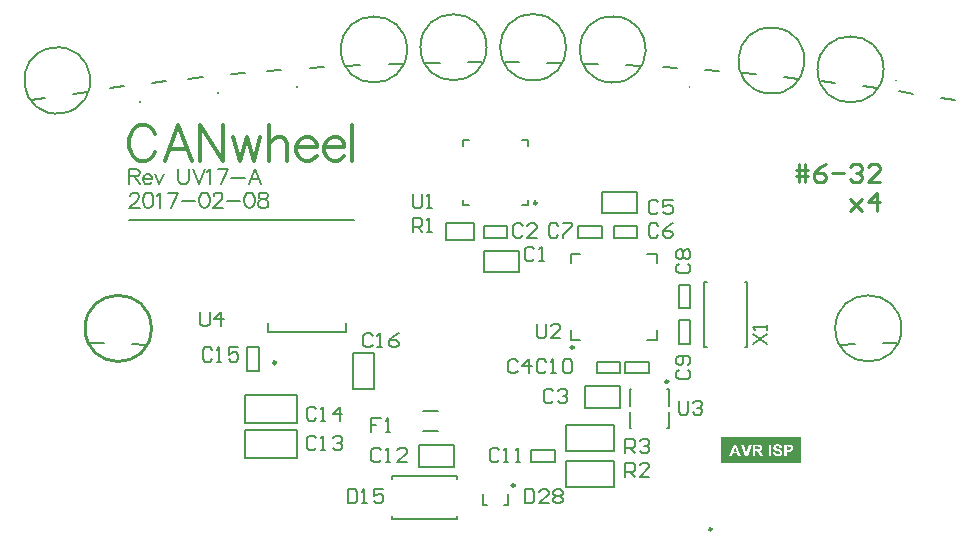
<source format=gto>
G04 Layer_Color=65535*
%FSLAX25Y25*%
%MOIN*%
G70*
G01*
G75*
%ADD32C,0.00787*%
%ADD36C,0.01181*%
%ADD47C,0.01000*%
%ADD48C,0.00984*%
%ADD49C,0.00787*%
G36*
X279921Y36220D02*
X253150D01*
Y44811D01*
X279921D01*
Y36220D01*
D02*
G37*
%LPC*%
G36*
X269887Y42440D02*
X269109D01*
Y38597D01*
X269887D01*
Y42440D01*
D02*
G37*
G36*
X275679D02*
X274205D01*
Y38597D01*
X274983D01*
Y40048D01*
X275673D01*
X275755Y40053D01*
X275831D01*
X275907Y40059D01*
X275972Y40065D01*
X276030Y40071D01*
X276083Y40077D01*
X276129D01*
X276170Y40083D01*
X276205Y40088D01*
X276235Y40094D01*
X276258D01*
X276276Y40100D01*
X276287D01*
X276363Y40124D01*
X276439Y40147D01*
X276504Y40176D01*
X276568Y40211D01*
X276615Y40235D01*
X276656Y40258D01*
X276685Y40276D01*
X276691Y40282D01*
X276761Y40340D01*
X276826Y40399D01*
X276884Y40463D01*
X276931Y40527D01*
X276966Y40580D01*
X276995Y40621D01*
X277013Y40650D01*
X277019Y40662D01*
X277060Y40755D01*
X277095Y40855D01*
X277118Y40954D01*
X277130Y41048D01*
X277141Y41130D01*
X277147Y41194D01*
Y41217D01*
Y41235D01*
Y41247D01*
Y41253D01*
X277136Y41416D01*
X277112Y41563D01*
X277077Y41691D01*
X277036Y41803D01*
X276989Y41884D01*
X276972Y41919D01*
X276954Y41949D01*
X276943Y41972D01*
X276931Y41990D01*
X276919Y41996D01*
Y42001D01*
X276831Y42101D01*
X276738Y42183D01*
X276650Y42253D01*
X276562Y42300D01*
X276486Y42341D01*
X276422Y42364D01*
X276398Y42370D01*
X276387Y42376D01*
X276375Y42382D01*
X276369D01*
X276323Y42393D01*
X276270Y42399D01*
X276205Y42411D01*
X276135Y42417D01*
X275983Y42428D01*
X275825Y42434D01*
X275749D01*
X275679Y42440D01*
D02*
G37*
G36*
X258234D02*
X257415D01*
X255924Y38597D01*
X256743D01*
X257058Y39468D01*
X258609D01*
X258936Y38597D01*
X259779D01*
X258234Y42440D01*
D02*
G37*
G36*
X265488D02*
X263768D01*
Y38597D01*
X264546D01*
Y40200D01*
X264792D01*
X264874Y40194D01*
X264938Y40188D01*
X264991Y40176D01*
X265032Y40170D01*
X265061Y40159D01*
X265079Y40153D01*
X265085D01*
X265131Y40135D01*
X265172Y40112D01*
X265248Y40059D01*
X265278Y40036D01*
X265301Y40012D01*
X265313Y40001D01*
X265319Y39995D01*
X265342Y39972D01*
X265365Y39936D01*
X265430Y39854D01*
X265500Y39767D01*
X265564Y39667D01*
X265629Y39574D01*
X265658Y39539D01*
X265681Y39498D01*
X265699Y39468D01*
X265716Y39445D01*
X265722Y39433D01*
X265728Y39427D01*
X266278Y38597D01*
X267208D01*
X266740Y39345D01*
X266687Y39427D01*
X266641Y39498D01*
X266600Y39568D01*
X266553Y39632D01*
X266483Y39737D01*
X266418Y39825D01*
X266366Y39890D01*
X266331Y39930D01*
X266307Y39960D01*
X266301Y39966D01*
X266237Y40030D01*
X266167Y40088D01*
X266097Y40147D01*
X266032Y40194D01*
X265974Y40235D01*
X265927Y40264D01*
X265898Y40282D01*
X265892Y40287D01*
X265886D01*
X265980Y40305D01*
X266062Y40323D01*
X266143Y40346D01*
X266214Y40375D01*
X266284Y40404D01*
X266348Y40434D01*
X266401Y40463D01*
X266454Y40492D01*
X266494Y40521D01*
X266535Y40551D01*
X266565Y40580D01*
X266594Y40597D01*
X266612Y40621D01*
X266629Y40633D01*
X266641Y40638D01*
Y40644D01*
X266687Y40697D01*
X266728Y40755D01*
X266787Y40872D01*
X266834Y40995D01*
X266869Y41106D01*
X266886Y41206D01*
X266892Y41247D01*
Y41288D01*
X266898Y41317D01*
Y41340D01*
Y41352D01*
Y41358D01*
X266892Y41481D01*
X266875Y41598D01*
X266845Y41697D01*
X266816Y41785D01*
X266781Y41861D01*
X266758Y41914D01*
X266734Y41949D01*
X266728Y41960D01*
X266658Y42054D01*
X266588Y42130D01*
X266512Y42195D01*
X266442Y42247D01*
X266377Y42288D01*
X266325Y42317D01*
X266290Y42329D01*
X266284Y42335D01*
X266278D01*
X266225Y42352D01*
X266161Y42370D01*
X266021Y42393D01*
X265874Y42417D01*
X265728Y42428D01*
X265664Y42434D01*
X265541D01*
X265488Y42440D01*
D02*
G37*
G36*
X272029Y42505D02*
X271958D01*
X271800Y42499D01*
X271654Y42481D01*
X271526Y42464D01*
X271414Y42440D01*
X271327Y42411D01*
X271291Y42399D01*
X271262Y42393D01*
X271239Y42382D01*
X271215Y42376D01*
X271210Y42370D01*
X271204D01*
X271093Y42317D01*
X270999Y42253D01*
X270917Y42189D01*
X270853Y42124D01*
X270800Y42066D01*
X270759Y42019D01*
X270736Y41990D01*
X270730Y41984D01*
Y41978D01*
X270677Y41879D01*
X270636Y41785D01*
X270607Y41691D01*
X270589Y41609D01*
X270578Y41533D01*
X270566Y41481D01*
Y41457D01*
Y41440D01*
Y41434D01*
Y41428D01*
X270572Y41346D01*
X270584Y41264D01*
X270601Y41188D01*
X270619Y41118D01*
X270677Y40984D01*
X270742Y40872D01*
X270777Y40826D01*
X270806Y40779D01*
X270835Y40744D01*
X270864Y40714D01*
X270882Y40691D01*
X270900Y40674D01*
X270911Y40662D01*
X270917Y40656D01*
X270970Y40615D01*
X271028Y40574D01*
X271157Y40498D01*
X271303Y40434D01*
X271449Y40381D01*
X271578Y40334D01*
X271637Y40317D01*
X271689Y40305D01*
X271730Y40293D01*
X271760Y40282D01*
X271783Y40276D01*
X271789D01*
X271877Y40252D01*
X271953Y40235D01*
X272023Y40217D01*
X272087Y40200D01*
X272146Y40182D01*
X272192Y40170D01*
X272239Y40159D01*
X272274Y40147D01*
X272333Y40130D01*
X272374Y40118D01*
X272397Y40106D01*
X272403D01*
X272473Y40077D01*
X272532Y40048D01*
X272579Y40024D01*
X272619Y39995D01*
X272649Y39972D01*
X272666Y39954D01*
X272678Y39942D01*
X272684Y39936D01*
X272713Y39901D01*
X272731Y39860D01*
X272754Y39790D01*
X272760Y39755D01*
X272766Y39732D01*
Y39714D01*
Y39708D01*
X272760Y39632D01*
X272736Y39562D01*
X272707Y39498D01*
X272672Y39445D01*
X272631Y39398D01*
X272602Y39369D01*
X272579Y39345D01*
X272573Y39340D01*
X272497Y39287D01*
X272409Y39246D01*
X272315Y39223D01*
X272222Y39199D01*
X272140Y39188D01*
X272075Y39182D01*
X272011D01*
X271882Y39188D01*
X271771Y39211D01*
X271678Y39240D01*
X271596Y39270D01*
X271531Y39305D01*
X271484Y39328D01*
X271455Y39351D01*
X271444Y39357D01*
X271373Y39433D01*
X271315Y39521D01*
X271268Y39615D01*
X271233Y39702D01*
X271204Y39790D01*
X271186Y39854D01*
X271180Y39884D01*
Y39901D01*
X271175Y39913D01*
Y39919D01*
X270420Y39843D01*
X270437Y39726D01*
X270461Y39615D01*
X270490Y39509D01*
X270519Y39416D01*
X270560Y39328D01*
X270595Y39246D01*
X270636Y39176D01*
X270677Y39106D01*
X270718Y39053D01*
X270753Y39000D01*
X270788Y38959D01*
X270818Y38924D01*
X270847Y38895D01*
X270864Y38878D01*
X270876Y38866D01*
X270882Y38860D01*
X270958Y38802D01*
X271046Y38749D01*
X271133Y38708D01*
X271221Y38667D01*
X271315Y38638D01*
X271409Y38608D01*
X271590Y38568D01*
X271678Y38556D01*
X271754Y38544D01*
X271824Y38538D01*
X271882Y38532D01*
X271935Y38526D01*
X272005D01*
X272186Y38532D01*
X272344Y38550D01*
X272485Y38568D01*
X272608Y38597D01*
X272660Y38608D01*
X272707Y38620D01*
X272742Y38632D01*
X272777Y38638D01*
X272801Y38649D01*
X272818Y38655D01*
X272830Y38661D01*
X272836D01*
X272959Y38720D01*
X273058Y38790D01*
X273152Y38860D01*
X273222Y38930D01*
X273281Y38989D01*
X273321Y39041D01*
X273351Y39076D01*
X273357Y39082D01*
Y39088D01*
X273421Y39199D01*
X273468Y39310D01*
X273497Y39416D01*
X273520Y39509D01*
X273532Y39591D01*
X273544Y39656D01*
Y39679D01*
Y39697D01*
Y39708D01*
Y39714D01*
X273538Y39843D01*
X273520Y39960D01*
X273491Y40065D01*
X273468Y40153D01*
X273438Y40223D01*
X273409Y40282D01*
X273392Y40311D01*
X273386Y40323D01*
X273321Y40410D01*
X273257Y40492D01*
X273187Y40556D01*
X273117Y40615D01*
X273058Y40656D01*
X273011Y40691D01*
X272976Y40709D01*
X272970Y40714D01*
X272965D01*
X272912Y40744D01*
X272853Y40767D01*
X272719Y40820D01*
X272584Y40861D01*
X272444Y40907D01*
X272321Y40937D01*
X272268Y40954D01*
X272222Y40966D01*
X272181Y40978D01*
X272151Y40984D01*
X272134Y40989D01*
X272128D01*
X272029Y41013D01*
X271935Y41042D01*
X271853Y41065D01*
X271783Y41089D01*
X271713Y41106D01*
X271660Y41130D01*
X271607Y41147D01*
X271566Y41171D01*
X271526Y41188D01*
X271496Y41200D01*
X271449Y41223D01*
X271426Y41241D01*
X271420Y41247D01*
X271385Y41288D01*
X271356Y41323D01*
X271338Y41364D01*
X271321Y41399D01*
X271315Y41434D01*
X271309Y41457D01*
Y41475D01*
Y41481D01*
X271315Y41533D01*
X271327Y41580D01*
X271344Y41621D01*
X271368Y41656D01*
X271391Y41686D01*
X271409Y41703D01*
X271420Y41715D01*
X271426Y41721D01*
X271502Y41767D01*
X271590Y41803D01*
X271678Y41826D01*
X271760Y41844D01*
X271835Y41855D01*
X271900Y41861D01*
X271953D01*
X272070Y41855D01*
X272169Y41838D01*
X272251Y41820D01*
X272321Y41797D01*
X272374Y41767D01*
X272409Y41750D01*
X272432Y41732D01*
X272438Y41726D01*
X272497Y41674D01*
X272543Y41609D01*
X272579Y41539D01*
X272608Y41469D01*
X272631Y41405D01*
X272643Y41352D01*
X272655Y41317D01*
Y41311D01*
Y41305D01*
X273433Y41335D01*
X273427Y41428D01*
X273409Y41522D01*
X273386Y41609D01*
X273362Y41691D01*
X273298Y41832D01*
X273269Y41896D01*
X273234Y41955D01*
X273199Y42007D01*
X273164Y42054D01*
X273134Y42095D01*
X273105Y42124D01*
X273082Y42148D01*
X273064Y42165D01*
X273052Y42177D01*
X273046Y42183D01*
X272976Y42241D01*
X272894Y42288D01*
X272813Y42335D01*
X272725Y42370D01*
X272543Y42428D01*
X272368Y42464D01*
X272286Y42475D01*
X272210Y42487D01*
X272140Y42493D01*
X272075Y42499D01*
X272029Y42505D01*
D02*
G37*
G36*
X263376Y42440D02*
X262546D01*
X261610Y39597D01*
X260633Y42440D01*
X259796D01*
X261171Y38597D01*
X262007D01*
X263376Y42440D01*
D02*
G37*
%LPD*%
G36*
X275615Y41785D02*
X275714Y41779D01*
X275790D01*
X275843Y41773D01*
X275878Y41767D01*
X275901Y41762D01*
X275907D01*
X275977Y41744D01*
X276036Y41721D01*
X276094Y41691D01*
X276135Y41662D01*
X276176Y41633D01*
X276200Y41609D01*
X276217Y41592D01*
X276223Y41586D01*
X276264Y41533D01*
X276293Y41475D01*
X276317Y41416D01*
X276328Y41364D01*
X276340Y41317D01*
X276346Y41276D01*
Y41253D01*
Y41241D01*
X276340Y41183D01*
X276334Y41124D01*
X276317Y41071D01*
X276305Y41030D01*
X276287Y40995D01*
X276270Y40966D01*
X276264Y40949D01*
X276258Y40943D01*
X276223Y40896D01*
X276182Y40861D01*
X276141Y40826D01*
X276100Y40802D01*
X276065Y40779D01*
X276036Y40767D01*
X276018Y40761D01*
X276012Y40755D01*
X275983Y40744D01*
X275942Y40738D01*
X275854Y40720D01*
X275755Y40709D01*
X275650Y40703D01*
X275556D01*
X275515Y40697D01*
X274983D01*
Y41791D01*
X275562D01*
X275615Y41785D01*
D02*
G37*
G36*
X258357Y40118D02*
X257298D01*
X257819Y41545D01*
X258357Y40118D01*
D02*
G37*
G36*
X265482Y41785D02*
X265599D01*
X265652Y41779D01*
X265681D01*
X265699Y41773D01*
X265705D01*
X265769Y41756D01*
X265828Y41738D01*
X265874Y41715D01*
X265915Y41686D01*
X265950Y41662D01*
X265974Y41639D01*
X265985Y41627D01*
X265991Y41621D01*
X266026Y41574D01*
X266050Y41522D01*
X266073Y41469D01*
X266085Y41422D01*
X266091Y41381D01*
X266097Y41346D01*
Y41317D01*
Y41311D01*
X266091Y41247D01*
X266085Y41194D01*
X266073Y41142D01*
X266056Y41100D01*
X266038Y41065D01*
X266026Y41042D01*
X266021Y41025D01*
X266015Y41019D01*
X265985Y40978D01*
X265950Y40949D01*
X265880Y40896D01*
X265845Y40884D01*
X265822Y40872D01*
X265804Y40861D01*
X265798D01*
X265769Y40855D01*
X265728Y40843D01*
X265687Y40837D01*
X265634Y40832D01*
X265523Y40826D01*
X265406Y40820D01*
X265295Y40814D01*
X264546D01*
Y41791D01*
X265430D01*
X265482Y41785D01*
D02*
G37*
D32*
X242746Y161651D02*
G03*
X242746Y161651I744J10999D01*
G01*
X268884Y159460D02*
G03*
X268884Y159460I1045J10974D01*
G01*
X307318Y167481D02*
G03*
X307318Y167481I-11024J0D01*
G01*
X311545Y163850D02*
G03*
X311545Y163850I11023J-57D01*
G01*
X63238Y81149D02*
G03*
X63238Y81149I-11024J0D01*
G01*
X313238D02*
G03*
X313238Y81149I-11024J0D01*
G01*
X216557Y163110D02*
G03*
X216557Y163110I443J11015D01*
G01*
X190338Y163838D02*
G03*
X190338Y163838I142J11023D01*
G01*
X174973Y174861D02*
G03*
X174973Y174861I-11024J0D01*
G01*
X148452Y174125D02*
G03*
X148452Y174125I-11024J0D01*
G01*
X33477Y152889D02*
G03*
X33477Y152889I-1617J10904D01*
G01*
X247858Y167224D02*
X252572Y166904D01*
X233717Y168181D02*
X238431Y167861D01*
X274147Y164891D02*
X278850Y164443D01*
X260037Y166234D02*
X264740Y165786D01*
X300360Y161825D02*
X305049Y161249D01*
X286292Y163553D02*
X290982Y162977D01*
X326477Y158028D02*
X331149Y157324D01*
X312462Y160141D02*
X317134Y159436D01*
X42623Y76304D02*
X47345Y76169D01*
X56790Y75898D02*
X61512Y75762D01*
X307092Y76177D02*
X311814Y76320D01*
X292925Y75746D02*
X297648Y75890D01*
X207776Y61811D02*
X219587D01*
X207776Y54724D02*
X219587D01*
X207776D02*
Y61811D01*
X219587Y54724D02*
Y61811D01*
X211713Y70079D02*
X219587D01*
Y66142D02*
Y70079D01*
X211713Y66142D02*
X219587D01*
X211713D02*
Y70079D01*
X213386Y119685D02*
X225197D01*
X213386Y126772D02*
X225197D01*
Y119685D02*
Y126772D01*
X213386Y119685D02*
Y126772D01*
X217323Y111417D02*
X225197D01*
X217323D02*
Y115354D01*
X225197D01*
Y111417D02*
Y115354D01*
X205512Y111417D02*
X213386D01*
X205512D02*
Y115354D01*
X213386D01*
Y111417D02*
Y115354D01*
X238976Y87795D02*
Y95669D01*
X242913D01*
Y87795D02*
Y95669D01*
X238976Y87795D02*
X242913D01*
Y75984D02*
Y83858D01*
X238976Y75984D02*
X242913D01*
X238976D02*
Y83858D01*
X242913D01*
X221260Y66142D02*
X229134D01*
X221260D02*
Y70079D01*
X229134D01*
Y66142D02*
Y70079D01*
X189764Y40551D02*
X197638D01*
Y36614D02*
Y40551D01*
X189764Y36614D02*
X197638D01*
X189764D02*
Y40551D01*
X152362Y35039D02*
X164173D01*
X152362Y42126D02*
X164173D01*
Y35039D02*
Y42126D01*
X152362Y35039D02*
Y42126D01*
X94488Y47244D02*
X111811D01*
Y37795D02*
Y47244D01*
X94488Y37795D02*
X111811D01*
X94488D02*
Y47244D01*
Y59055D02*
X111811D01*
Y49606D02*
Y59055D01*
X94488Y49606D02*
X111811D01*
X94488D02*
Y59055D01*
X95276Y66929D02*
Y74803D01*
X99213D01*
Y66929D02*
Y74803D01*
X95276Y66929D02*
X99213D01*
X137402Y61024D02*
Y72835D01*
X130315Y61024D02*
Y72835D01*
X137402D01*
X130315Y61024D02*
X137402D01*
X182283Y22146D02*
Y26083D01*
X180709Y22146D02*
X182283D01*
X173622D02*
Y26083D01*
Y22146D02*
X175197D01*
X153937Y47047D02*
X158661D01*
X153937Y53740D02*
X158661D01*
X217323Y28346D02*
Y37008D01*
X201575D02*
X217323D01*
X201575Y28346D02*
Y37008D01*
Y28346D02*
X217323D01*
X217323Y40157D02*
Y48819D01*
X201575D02*
X217323D01*
X201575Y40157D02*
Y48819D01*
Y40157D02*
X217323D01*
X235236Y60827D02*
X235630D01*
Y55315D02*
Y60827D01*
Y47835D02*
Y53347D01*
X235236Y47835D02*
X235630D01*
X222638D02*
X223031D01*
X222638D02*
Y53347D01*
Y60827D02*
X223031D01*
X222638Y55315D02*
Y60827D01*
X127953Y80118D02*
Y82874D01*
X101969Y80118D02*
X127953D01*
X101969D02*
Y82874D01*
X261910Y75098D02*
Y96555D01*
X247539Y75098D02*
Y96555D01*
X261024D02*
X261910D01*
X247539D02*
X248425D01*
X261024Y75098D02*
X261910D01*
X247539D02*
X248425D01*
X143602Y31988D02*
X165059D01*
X143602Y17618D02*
X165059D01*
X143602Y31102D02*
Y31988D01*
Y17618D02*
Y18504D01*
X165059Y31102D02*
Y31988D01*
Y17618D02*
Y18504D01*
X185827Y100000D02*
Y107087D01*
X174016Y100000D02*
Y107087D01*
Y100000D02*
X185827D01*
X174016Y107087D02*
X185827D01*
X174016Y111417D02*
Y115354D01*
Y111417D02*
X181890D01*
Y115354D01*
X174016D02*
X181890D01*
X161417Y116142D02*
X170866D01*
Y110630D02*
Y116142D01*
X161417Y110630D02*
X170866D01*
X161417D02*
Y116142D01*
X207353Y169391D02*
X212074Y169201D01*
X221515Y168821D02*
X226236Y168631D01*
X180966Y169865D02*
X185690Y169804D01*
X195138Y169682D02*
X199862Y169621D01*
X154575Y169607D02*
X159299Y169675D01*
X168747Y169811D02*
X173471Y169880D01*
X128202Y168617D02*
X132922Y168814D01*
X142362Y169209D02*
X147083Y169406D01*
X116005Y167869D02*
X120718Y168196D01*
X101866Y166891D02*
X106579Y167217D01*
X89696Y165794D02*
X94398Y166249D01*
X75588Y164429D02*
X80291Y164884D01*
X63454Y162985D02*
X68142Y163569D01*
X49389Y161235D02*
X54078Y161819D01*
X37284Y159423D02*
X41958Y160116D01*
X23264Y157344D02*
X27937Y158037D01*
X231693Y77362D02*
Y80512D01*
X228543Y77362D02*
X231693D01*
Y102953D02*
Y106102D01*
X228543D02*
X231693D01*
X202953D02*
X206102D01*
X202953Y102953D02*
Y106102D01*
Y77362D02*
Y80512D01*
Y77362D02*
X206102D01*
X186909Y143799D02*
X188681D01*
Y142028D02*
Y143799D01*
X167224D02*
X168996D01*
X167224Y142028D02*
Y143799D01*
Y122343D02*
Y124114D01*
Y122343D02*
X168996D01*
X186909D02*
X188681D01*
Y124114D01*
X55905Y117323D02*
X130709D01*
X150394Y125983D02*
Y122047D01*
X151181Y121260D01*
X152755D01*
X153542Y122047D01*
Y125983D01*
X155117Y121260D02*
X156691D01*
X155904D01*
Y125983D01*
X155117Y125196D01*
X150394Y113386D02*
Y118109D01*
X152755D01*
X153542Y117322D01*
Y115747D01*
X152755Y114960D01*
X150394D01*
X151968D02*
X153542Y113386D01*
X155117D02*
X156691D01*
X155904D01*
Y118109D01*
X155117Y117322D01*
X187007Y115353D02*
X186220Y116140D01*
X184645D01*
X183858Y115353D01*
Y112205D01*
X184645Y111417D01*
X186220D01*
X187007Y112205D01*
X191730Y111417D02*
X188581D01*
X191730Y114566D01*
Y115353D01*
X190943Y116140D01*
X189368D01*
X188581Y115353D01*
X190944Y107479D02*
X190157Y108266D01*
X188582D01*
X187795Y107479D01*
Y104331D01*
X188582Y103543D01*
X190157D01*
X190944Y104331D01*
X192518Y103543D02*
X194092D01*
X193305D01*
Y108266D01*
X192518Y107479D01*
X128740Y27558D02*
Y22835D01*
X131102D01*
X131889Y23622D01*
Y26770D01*
X131102Y27558D01*
X128740D01*
X133463Y22835D02*
X135037D01*
X134250D01*
Y27558D01*
X133463Y26770D01*
X140547Y27558D02*
X137399D01*
Y25196D01*
X138973Y25983D01*
X139760D01*
X140547Y25196D01*
Y23622D01*
X139760Y22835D01*
X138186D01*
X137399Y23622D01*
X263781Y75984D02*
X268504Y79133D01*
X263781D02*
X268504Y75984D01*
Y80707D02*
Y82281D01*
Y81494D01*
X263781D01*
X264568Y80707D01*
X79527Y86613D02*
Y82677D01*
X80315Y81890D01*
X81889D01*
X82676Y82677D01*
Y86613D01*
X86612Y81890D02*
Y86613D01*
X84250Y84251D01*
X87399D01*
X238976Y57085D02*
Y53149D01*
X239763Y52362D01*
X241338D01*
X242125Y53149D01*
Y57085D01*
X243699Y56298D02*
X244486Y57085D01*
X246061D01*
X246848Y56298D01*
Y55511D01*
X246061Y54724D01*
X245273D01*
X246061D01*
X246848Y53936D01*
Y53149D01*
X246061Y52362D01*
X244486D01*
X243699Y53149D01*
X191732Y82676D02*
Y78740D01*
X192519Y77953D01*
X194094D01*
X194881Y78740D01*
Y82676D01*
X199604Y77953D02*
X196455D01*
X199604Y81101D01*
Y81889D01*
X198817Y82676D01*
X197242D01*
X196455Y81889D01*
X221260Y39567D02*
Y44290D01*
X223621D01*
X224408Y43503D01*
Y41928D01*
X223621Y41141D01*
X221260D01*
X222834D02*
X224408Y39567D01*
X225983Y43503D02*
X226770Y44290D01*
X228344D01*
X229131Y43503D01*
Y42715D01*
X228344Y41928D01*
X227557D01*
X228344D01*
X229131Y41141D01*
Y40354D01*
X228344Y39567D01*
X226770D01*
X225983Y40354D01*
X221260Y31693D02*
Y36416D01*
X223621D01*
X224408Y35629D01*
Y34054D01*
X223621Y33267D01*
X221260D01*
X222834D02*
X224408Y31693D01*
X229131D02*
X225983D01*
X229131Y34841D01*
Y35629D01*
X228344Y36416D01*
X226770D01*
X225983Y35629D01*
X139763Y51180D02*
X136614D01*
Y48818D01*
X138189D01*
X136614D01*
Y46457D01*
X141337D02*
X142911D01*
X142124D01*
Y51180D01*
X141337Y50392D01*
X187795Y27558D02*
Y22835D01*
X190157D01*
X190944Y23622D01*
Y26770D01*
X190157Y27558D01*
X187795D01*
X195667Y22835D02*
X192518D01*
X195667Y25983D01*
Y26770D01*
X194880Y27558D01*
X193305D01*
X192518Y26770D01*
X197241D02*
X198028Y27558D01*
X199602D01*
X200390Y26770D01*
Y25983D01*
X199602Y25196D01*
X200390Y24409D01*
Y23622D01*
X199602Y22835D01*
X198028D01*
X197241Y23622D01*
Y24409D01*
X198028Y25196D01*
X197241Y25983D01*
Y26770D01*
X198028Y25196D02*
X199602D01*
X137007Y78739D02*
X136220Y79526D01*
X134645D01*
X133858Y78739D01*
Y75590D01*
X134645Y74803D01*
X136220D01*
X137007Y75590D01*
X138581Y74803D02*
X140155D01*
X139368D01*
Y79526D01*
X138581Y78739D01*
X145666Y79526D02*
X144091Y78739D01*
X142517Y77165D01*
Y75590D01*
X143304Y74803D01*
X144878D01*
X145666Y75590D01*
Y76377D01*
X144878Y77165D01*
X142517D01*
X83464Y74015D02*
X82676Y74802D01*
X81102D01*
X80315Y74015D01*
Y70866D01*
X81102Y70079D01*
X82676D01*
X83464Y70866D01*
X85038Y70079D02*
X86612D01*
X85825D01*
Y74802D01*
X85038Y74015D01*
X92122Y74802D02*
X88974D01*
Y72440D01*
X90548Y73227D01*
X91335D01*
X92122Y72440D01*
Y70866D01*
X91335Y70079D01*
X89761D01*
X88974Y70866D01*
X118109Y54329D02*
X117322Y55117D01*
X115748D01*
X114961Y54329D01*
Y51181D01*
X115748Y50394D01*
X117322D01*
X118109Y51181D01*
X119684Y50394D02*
X121258D01*
X120471D01*
Y55117D01*
X119684Y54329D01*
X125981Y50394D02*
Y55117D01*
X123619Y52755D01*
X126768D01*
X118109Y44487D02*
X117322Y45274D01*
X115748D01*
X114961Y44487D01*
Y41338D01*
X115748Y40551D01*
X117322D01*
X118109Y41338D01*
X119684Y40551D02*
X121258D01*
X120471D01*
Y45274D01*
X119684Y44487D01*
X123619D02*
X124406Y45274D01*
X125981D01*
X126768Y44487D01*
Y43700D01*
X125981Y42913D01*
X125194D01*
X125981D01*
X126768Y42125D01*
Y41338D01*
X125981Y40551D01*
X124406D01*
X123619Y41338D01*
X139763Y40550D02*
X138976Y41337D01*
X137401D01*
X136614Y40550D01*
Y37401D01*
X137401Y36614D01*
X138976D01*
X139763Y37401D01*
X141337Y36614D02*
X142911D01*
X142124D01*
Y41337D01*
X141337Y40550D01*
X148421Y36614D02*
X145273D01*
X148421Y39763D01*
Y40550D01*
X147634Y41337D01*
X146060D01*
X145273Y40550D01*
X179133D02*
X178346Y41337D01*
X176771D01*
X175984Y40550D01*
Y37401D01*
X176771Y36614D01*
X178346D01*
X179133Y37401D01*
X180707Y36614D02*
X182281D01*
X181494D01*
Y41337D01*
X180707Y40550D01*
X184643Y36614D02*
X186217D01*
X185430D01*
Y41337D01*
X184643Y40550D01*
X194881Y70078D02*
X194094Y70865D01*
X192519D01*
X191732Y70078D01*
Y66929D01*
X192519Y66142D01*
X194094D01*
X194881Y66929D01*
X196455Y66142D02*
X198029D01*
X197242D01*
Y70865D01*
X196455Y70078D01*
X200391D02*
X201178Y70865D01*
X202752D01*
X203539Y70078D01*
Y66929D01*
X202752Y66142D01*
X201178D01*
X200391Y66929D01*
Y70078D01*
X238978Y67322D02*
X238191Y66535D01*
Y64960D01*
X238978Y64173D01*
X242126D01*
X242913Y64960D01*
Y66535D01*
X242126Y67322D01*
Y68896D02*
X242913Y69683D01*
Y71258D01*
X242126Y72045D01*
X238978D01*
X238191Y71258D01*
Y69683D01*
X238978Y68896D01*
X239765D01*
X240552Y69683D01*
Y72045D01*
X238978Y102755D02*
X238191Y101968D01*
Y100393D01*
X238978Y99606D01*
X242126D01*
X242913Y100393D01*
Y101968D01*
X242126Y102755D01*
X238978Y104329D02*
X238191Y105116D01*
Y106691D01*
X238978Y107478D01*
X239765D01*
X240552Y106691D01*
X241339Y107478D01*
X242126D01*
X242913Y106691D01*
Y105116D01*
X242126Y104329D01*
X241339D01*
X240552Y105116D01*
X239765Y104329D01*
X238978D01*
X240552Y105116D02*
Y106691D01*
X198818Y115353D02*
X198031Y116140D01*
X196456D01*
X195669Y115353D01*
Y112205D01*
X196456Y111417D01*
X198031D01*
X198818Y112205D01*
X200392Y116140D02*
X203541D01*
Y115353D01*
X200392Y112205D01*
Y111417D01*
X232282Y115353D02*
X231495Y116140D01*
X229921D01*
X229134Y115353D01*
Y112205D01*
X229921Y111417D01*
X231495D01*
X232282Y112205D01*
X237005Y116140D02*
X235431Y115353D01*
X233857Y113779D01*
Y112205D01*
X234644Y111417D01*
X236218D01*
X237005Y112205D01*
Y112992D01*
X236218Y113779D01*
X233857D01*
X232282Y123227D02*
X231495Y124014D01*
X229921D01*
X229134Y123227D01*
Y120079D01*
X229921Y119291D01*
X231495D01*
X232282Y120079D01*
X237005Y124014D02*
X233857D01*
Y121653D01*
X235431Y122440D01*
X236218D01*
X237005Y121653D01*
Y120079D01*
X236218Y119291D01*
X234644D01*
X233857Y120079D01*
X185334Y70078D02*
X184546Y70865D01*
X182972D01*
X182185Y70078D01*
Y66929D01*
X182972Y66142D01*
X184546D01*
X185334Y66929D01*
X189269Y66142D02*
Y70865D01*
X186908Y68503D01*
X190057D01*
X197145Y60235D02*
X196358Y61022D01*
X194783D01*
X193996Y60235D01*
Y57086D01*
X194783Y56299D01*
X196358D01*
X197145Y57086D01*
X198719Y60235D02*
X199506Y61022D01*
X201080D01*
X201868Y60235D01*
Y59448D01*
X201080Y58661D01*
X200293D01*
X201080D01*
X201868Y57873D01*
Y57086D01*
X201080Y56299D01*
X199506D01*
X198719Y57086D01*
X55905Y134251D02*
Y129134D01*
Y134251D02*
X58099D01*
X58829Y134007D01*
X59073Y133764D01*
X59317Y133276D01*
Y132789D01*
X59073Y132301D01*
X58829Y132058D01*
X58099Y131814D01*
X55905D01*
X57611D02*
X59317Y129134D01*
X60462Y131083D02*
X63386D01*
Y131570D01*
X63142Y132058D01*
X62899Y132301D01*
X62411Y132545D01*
X61680D01*
X61193Y132301D01*
X60706Y131814D01*
X60462Y131083D01*
Y130596D01*
X60706Y129865D01*
X61193Y129377D01*
X61680Y129134D01*
X62411D01*
X62899Y129377D01*
X63386Y129865D01*
X64483Y132545D02*
X65945Y129134D01*
X67407Y132545D02*
X65945Y129134D01*
X72256Y134251D02*
Y130596D01*
X72499Y129865D01*
X72987Y129377D01*
X73718Y129134D01*
X74205D01*
X74936Y129377D01*
X75423Y129865D01*
X75667Y130596D01*
Y134251D01*
X77080D02*
X79030Y129134D01*
X80979Y134251D02*
X79030Y129134D01*
X81637Y133276D02*
X82124Y133520D01*
X82855Y134251D01*
Y129134D01*
X88801Y134251D02*
X86364Y129134D01*
X85389Y134251D02*
X88801D01*
X89946Y131327D02*
X94332D01*
X99741Y129134D02*
X97792Y134251D01*
X95843Y129134D01*
X96574Y130840D02*
X99010D01*
X56149Y125159D02*
Y125402D01*
X56393Y125890D01*
X56637Y126133D01*
X57124Y126377D01*
X58099D01*
X58586Y126133D01*
X58829Y125890D01*
X59073Y125402D01*
Y124915D01*
X58829Y124427D01*
X58342Y123696D01*
X55905Y121260D01*
X59317D01*
X61924Y126377D02*
X61193Y126133D01*
X60706Y125402D01*
X60462Y124184D01*
Y123453D01*
X60706Y122234D01*
X61193Y121503D01*
X61924Y121260D01*
X62411D01*
X63142Y121503D01*
X63630Y122234D01*
X63873Y123453D01*
Y124184D01*
X63630Y125402D01*
X63142Y126133D01*
X62411Y126377D01*
X61924D01*
X65019Y125402D02*
X65506Y125646D01*
X66237Y126377D01*
Y121260D01*
X72183Y126377D02*
X69746Y121260D01*
X68771Y126377D02*
X72183D01*
X73328Y123453D02*
X77714D01*
X80686Y126377D02*
X79956Y126133D01*
X79468Y125402D01*
X79224Y124184D01*
Y123453D01*
X79468Y122234D01*
X79956Y121503D01*
X80686Y121260D01*
X81174D01*
X81905Y121503D01*
X82392Y122234D01*
X82636Y123453D01*
Y124184D01*
X82392Y125402D01*
X81905Y126133D01*
X81174Y126377D01*
X80686D01*
X84025Y125159D02*
Y125402D01*
X84268Y125890D01*
X84512Y126133D01*
X84999Y126377D01*
X85974D01*
X86461Y126133D01*
X86705Y125890D01*
X86949Y125402D01*
Y124915D01*
X86705Y124427D01*
X86218Y123696D01*
X83781Y121260D01*
X87192D01*
X88338Y123453D02*
X92724D01*
X95696Y126377D02*
X94965Y126133D01*
X94478Y125402D01*
X94234Y124184D01*
Y123453D01*
X94478Y122234D01*
X94965Y121503D01*
X95696Y121260D01*
X96184D01*
X96915Y121503D01*
X97402Y122234D01*
X97646Y123453D01*
Y124184D01*
X97402Y125402D01*
X96915Y126133D01*
X96184Y126377D01*
X95696D01*
X100009D02*
X99278Y126133D01*
X99035Y125646D01*
Y125159D01*
X99278Y124671D01*
X99766Y124427D01*
X100740Y124184D01*
X101471Y123940D01*
X101959Y123453D01*
X102202Y122966D01*
Y122234D01*
X101959Y121747D01*
X101715Y121503D01*
X100984Y121260D01*
X100009D01*
X99278Y121503D01*
X99035Y121747D01*
X98791Y122234D01*
Y122966D01*
X99035Y123453D01*
X99522Y123940D01*
X100253Y124184D01*
X101228Y124427D01*
X101715Y124671D01*
X101959Y125159D01*
Y125646D01*
X101715Y126133D01*
X100984Y126377D01*
X100009D01*
D36*
X64340Y146005D02*
X63778Y147129D01*
X62653Y148254D01*
X61529Y148816D01*
X59279D01*
X58155Y148254D01*
X57030Y147129D01*
X56468Y146005D01*
X55905Y144318D01*
Y141506D01*
X56468Y139819D01*
X57030Y138695D01*
X58155Y137570D01*
X59279Y137008D01*
X61529D01*
X62653Y137570D01*
X63778Y138695D01*
X64340Y139819D01*
X76655Y137008D02*
X72156Y148816D01*
X67658Y137008D01*
X69345Y140944D02*
X74968D01*
X79410Y148816D02*
Y137008D01*
Y148816D02*
X87282Y137008D01*
Y148816D02*
Y137008D01*
X90544Y144880D02*
X92793Y137008D01*
X95042Y144880D02*
X92793Y137008D01*
X95042Y144880D02*
X97291Y137008D01*
X99541Y144880D02*
X97291Y137008D01*
X102296Y148816D02*
Y137008D01*
Y142631D02*
X103983Y144318D01*
X105108Y144880D01*
X106795D01*
X107919Y144318D01*
X108481Y142631D01*
Y137008D01*
X111574Y141506D02*
X118322D01*
Y142631D01*
X117760Y143756D01*
X117197Y144318D01*
X116073Y144880D01*
X114386D01*
X113261Y144318D01*
X112136Y143193D01*
X111574Y141506D01*
Y140382D01*
X112136Y138695D01*
X113261Y137570D01*
X114386Y137008D01*
X116073D01*
X117197Y137570D01*
X118322Y138695D01*
X120852Y141506D02*
X127600D01*
Y142631D01*
X127038Y143756D01*
X126475Y144318D01*
X125351Y144880D01*
X123664D01*
X122539Y144318D01*
X121414Y143193D01*
X120852Y141506D01*
Y140382D01*
X121414Y138695D01*
X122539Y137570D01*
X123664Y137008D01*
X125351D01*
X126475Y137570D01*
X127600Y138695D01*
X130130Y148816D02*
Y137008D01*
D47*
X63238Y81149D02*
G03*
X63238Y81149I-11024J0D01*
G01*
X250000Y14173D02*
G03*
X250000Y14173I-394J0D01*
G01*
X279165Y129889D02*
Y135887D01*
X281164D02*
Y129889D01*
X278165Y133888D02*
X281164D01*
X282164D01*
X278165Y131888D02*
X282164D01*
X288162Y135887D02*
X286163Y134887D01*
X284163Y132888D01*
Y130889D01*
X285163Y129889D01*
X287162D01*
X288162Y130889D01*
Y131888D01*
X287162Y132888D01*
X284163D01*
X290161D02*
X294160D01*
X296160Y134887D02*
X297159Y135887D01*
X299159D01*
X300158Y134887D01*
Y133888D01*
X299159Y132888D01*
X298159D01*
X299159D01*
X300158Y131888D01*
Y130889D01*
X299159Y129889D01*
X297159D01*
X296160Y130889D01*
X306156Y129889D02*
X302158D01*
X306156Y133888D01*
Y134887D01*
X305157Y135887D01*
X303157D01*
X302158Y134887D01*
X296160Y124290D02*
X300158Y120291D01*
X298159Y122291D01*
X300158Y124290D01*
X296160Y120291D01*
X305157D02*
Y126289D01*
X302158Y123290D01*
X306156D01*
D48*
X184350Y28740D02*
G03*
X184350Y28740I-492J0D01*
G01*
X235531Y63386D02*
G03*
X235531Y63386I-492J0D01*
G01*
X104744Y69685D02*
G03*
X104744Y69685I-492J0D01*
G01*
X204035Y74803D02*
G03*
X204035Y74803I-492J0D01*
G01*
X191732Y122933D02*
G03*
X191732Y122933I-492J0D01*
G01*
D49*
X111700Y161652D02*
D03*
X85562Y159461D02*
D03*
X59495Y156542D02*
D03*
M02*

</source>
